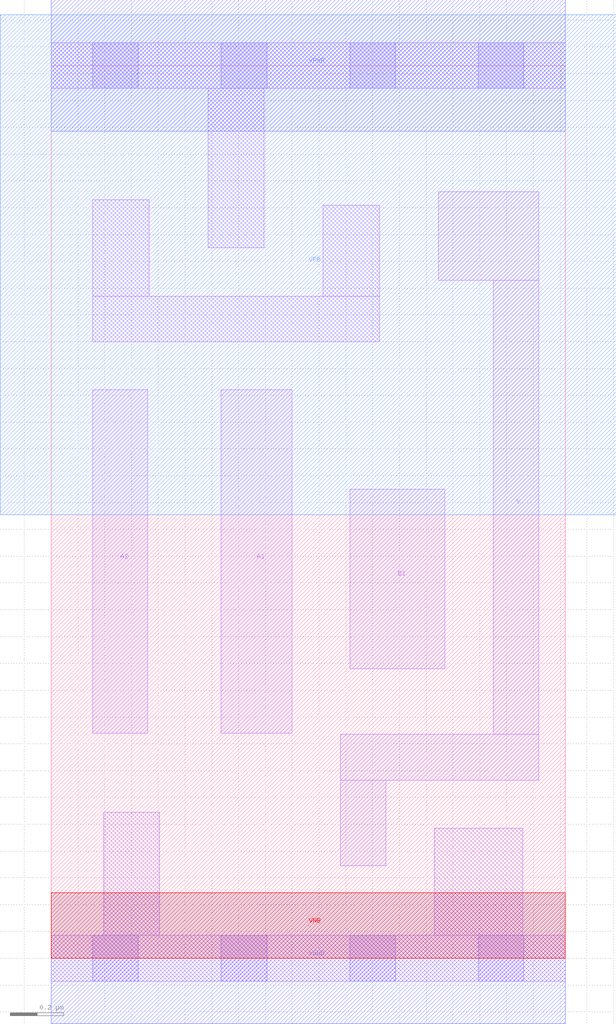
<source format=lef>
# Copyright 2020 The SkyWater PDK Authors
#
# Licensed under the Apache License, Version 2.0 (the "License");
# you may not use this file except in compliance with the License.
# You may obtain a copy of the License at
#
#     https://www.apache.org/licenses/LICENSE-2.0
#
# Unless required by applicable law or agreed to in writing, software
# distributed under the License is distributed on an "AS IS" BASIS,
# WITHOUT WARRANTIES OR CONDITIONS OF ANY KIND, either express or implied.
# See the License for the specific language governing permissions and
# limitations under the License.
#
# SPDX-License-Identifier: Apache-2.0

VERSION 5.7 ;
  NOWIREEXTENSIONATPIN ON ;
  DIVIDERCHAR "/" ;
  BUSBITCHARS "[]" ;
MACRO sky130_fd_sc_lp__a21oi_m
  CLASS CORE ;
  FOREIGN sky130_fd_sc_lp__a21oi_m ;
  ORIGIN  0.000000  0.000000 ;
  SIZE  1.920000 BY  3.330000 ;
  SYMMETRY X Y R90 ;
  SITE unit ;
  PIN A1
    ANTENNAGATEAREA  0.126000 ;
    DIRECTION INPUT ;
    USE SIGNAL ;
    PORT
      LAYER li1 ;
        RECT 0.635000 0.840000 0.900000 2.120000 ;
    END
  END A1
  PIN A2
    ANTENNAGATEAREA  0.126000 ;
    DIRECTION INPUT ;
    USE SIGNAL ;
    PORT
      LAYER li1 ;
        RECT 0.155000 0.840000 0.360000 2.120000 ;
    END
  END A2
  PIN B1
    ANTENNAGATEAREA  0.126000 ;
    DIRECTION INPUT ;
    USE SIGNAL ;
    PORT
      LAYER li1 ;
        RECT 1.115000 1.080000 1.470000 1.750000 ;
    END
  END B1
  PIN Y
    ANTENNADIFFAREA  0.260400 ;
    DIRECTION OUTPUT ;
    USE SIGNAL ;
    PORT
      LAYER li1 ;
        RECT 1.080000 0.345000 1.250000 0.665000 ;
        RECT 1.080000 0.665000 1.820000 0.835000 ;
        RECT 1.445000 2.530000 1.820000 2.860000 ;
        RECT 1.650000 0.835000 1.820000 2.530000 ;
    END
  END Y
  PIN VGND
    DIRECTION INOUT ;
    USE GROUND ;
    PORT
      LAYER met1 ;
        RECT 0.000000 -0.245000 1.920000 0.245000 ;
    END
  END VGND
  PIN VNB
    DIRECTION INOUT ;
    USE GROUND ;
    PORT
      LAYER pwell ;
        RECT 0.000000 0.000000 1.920000 0.245000 ;
    END
  END VNB
  PIN VPB
    DIRECTION INOUT ;
    USE POWER ;
    PORT
      LAYER nwell ;
        RECT -0.190000 1.655000 2.110000 3.520000 ;
    END
  END VPB
  PIN VPWR
    DIRECTION INOUT ;
    USE POWER ;
    PORT
      LAYER met1 ;
        RECT 0.000000 3.085000 1.920000 3.575000 ;
    END
  END VPWR
  OBS
    LAYER li1 ;
      RECT 0.000000 -0.085000 1.920000 0.085000 ;
      RECT 0.000000  3.245000 1.920000 3.415000 ;
      RECT 0.155000  2.300000 1.225000 2.470000 ;
      RECT 0.155000  2.470000 0.365000 2.830000 ;
      RECT 0.195000  0.085000 0.405000 0.545000 ;
      RECT 0.585000  2.650000 0.795000 3.245000 ;
      RECT 1.015000  2.470000 1.225000 2.810000 ;
      RECT 1.430000  0.085000 1.760000 0.485000 ;
    LAYER mcon ;
      RECT 0.155000 -0.085000 0.325000 0.085000 ;
      RECT 0.155000  3.245000 0.325000 3.415000 ;
      RECT 0.635000 -0.085000 0.805000 0.085000 ;
      RECT 0.635000  3.245000 0.805000 3.415000 ;
      RECT 1.115000 -0.085000 1.285000 0.085000 ;
      RECT 1.115000  3.245000 1.285000 3.415000 ;
      RECT 1.595000 -0.085000 1.765000 0.085000 ;
      RECT 1.595000  3.245000 1.765000 3.415000 ;
  END
END sky130_fd_sc_lp__a21oi_m
END LIBRARY

</source>
